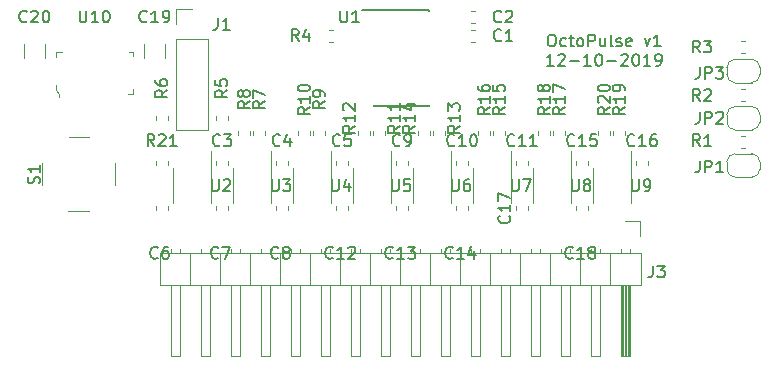
<source format=gto>
G04 #@! TF.GenerationSoftware,KiCad,Pcbnew,(5.1.4)-1*
G04 #@! TF.CreationDate,2019-10-12T23:52:25-04:00*
G04 #@! TF.ProjectId,haptic-uhat,68617074-6963-42d7-9568-61742e6b6963,rev?*
G04 #@! TF.SameCoordinates,Original*
G04 #@! TF.FileFunction,Legend,Top*
G04 #@! TF.FilePolarity,Positive*
%FSLAX46Y46*%
G04 Gerber Fmt 4.6, Leading zero omitted, Abs format (unit mm)*
G04 Created by KiCad (PCBNEW (5.1.4)-1) date 2019-10-12 23:52:25*
%MOMM*%
%LPD*%
G04 APERTURE LIST*
%ADD10C,0.150000*%
%ADD11C,0.120000*%
%ADD12C,0.100000*%
G04 APERTURE END LIST*
D10*
X57682380Y-32917380D02*
X57872857Y-32917380D01*
X57968095Y-32965000D01*
X58063333Y-33060238D01*
X58110952Y-33250714D01*
X58110952Y-33584047D01*
X58063333Y-33774523D01*
X57968095Y-33869761D01*
X57872857Y-33917380D01*
X57682380Y-33917380D01*
X57587142Y-33869761D01*
X57491904Y-33774523D01*
X57444285Y-33584047D01*
X57444285Y-33250714D01*
X57491904Y-33060238D01*
X57587142Y-32965000D01*
X57682380Y-32917380D01*
X58968095Y-33869761D02*
X58872857Y-33917380D01*
X58682380Y-33917380D01*
X58587142Y-33869761D01*
X58539523Y-33822142D01*
X58491904Y-33726904D01*
X58491904Y-33441190D01*
X58539523Y-33345952D01*
X58587142Y-33298333D01*
X58682380Y-33250714D01*
X58872857Y-33250714D01*
X58968095Y-33298333D01*
X59253809Y-33250714D02*
X59634761Y-33250714D01*
X59396666Y-32917380D02*
X59396666Y-33774523D01*
X59444285Y-33869761D01*
X59539523Y-33917380D01*
X59634761Y-33917380D01*
X60110952Y-33917380D02*
X60015714Y-33869761D01*
X59968095Y-33822142D01*
X59920476Y-33726904D01*
X59920476Y-33441190D01*
X59968095Y-33345952D01*
X60015714Y-33298333D01*
X60110952Y-33250714D01*
X60253809Y-33250714D01*
X60349047Y-33298333D01*
X60396666Y-33345952D01*
X60444285Y-33441190D01*
X60444285Y-33726904D01*
X60396666Y-33822142D01*
X60349047Y-33869761D01*
X60253809Y-33917380D01*
X60110952Y-33917380D01*
X60872857Y-33917380D02*
X60872857Y-32917380D01*
X61253809Y-32917380D01*
X61349047Y-32965000D01*
X61396666Y-33012619D01*
X61444285Y-33107857D01*
X61444285Y-33250714D01*
X61396666Y-33345952D01*
X61349047Y-33393571D01*
X61253809Y-33441190D01*
X60872857Y-33441190D01*
X62301428Y-33250714D02*
X62301428Y-33917380D01*
X61872857Y-33250714D02*
X61872857Y-33774523D01*
X61920476Y-33869761D01*
X62015714Y-33917380D01*
X62158571Y-33917380D01*
X62253809Y-33869761D01*
X62301428Y-33822142D01*
X62920476Y-33917380D02*
X62825238Y-33869761D01*
X62777619Y-33774523D01*
X62777619Y-32917380D01*
X63253809Y-33869761D02*
X63349047Y-33917380D01*
X63539523Y-33917380D01*
X63634761Y-33869761D01*
X63682380Y-33774523D01*
X63682380Y-33726904D01*
X63634761Y-33631666D01*
X63539523Y-33584047D01*
X63396666Y-33584047D01*
X63301428Y-33536428D01*
X63253809Y-33441190D01*
X63253809Y-33393571D01*
X63301428Y-33298333D01*
X63396666Y-33250714D01*
X63539523Y-33250714D01*
X63634761Y-33298333D01*
X64491904Y-33869761D02*
X64396666Y-33917380D01*
X64206190Y-33917380D01*
X64110952Y-33869761D01*
X64063333Y-33774523D01*
X64063333Y-33393571D01*
X64110952Y-33298333D01*
X64206190Y-33250714D01*
X64396666Y-33250714D01*
X64491904Y-33298333D01*
X64539523Y-33393571D01*
X64539523Y-33488809D01*
X64063333Y-33584047D01*
X65634761Y-33250714D02*
X65872857Y-33917380D01*
X66110952Y-33250714D01*
X67015714Y-33917380D02*
X66444285Y-33917380D01*
X66730000Y-33917380D02*
X66730000Y-32917380D01*
X66634761Y-33060238D01*
X66539523Y-33155476D01*
X66444285Y-33203095D01*
X57944285Y-35567380D02*
X57372857Y-35567380D01*
X57658571Y-35567380D02*
X57658571Y-34567380D01*
X57563333Y-34710238D01*
X57468095Y-34805476D01*
X57372857Y-34853095D01*
X58325238Y-34662619D02*
X58372857Y-34615000D01*
X58468095Y-34567380D01*
X58706190Y-34567380D01*
X58801428Y-34615000D01*
X58849047Y-34662619D01*
X58896666Y-34757857D01*
X58896666Y-34853095D01*
X58849047Y-34995952D01*
X58277619Y-35567380D01*
X58896666Y-35567380D01*
X59325238Y-35186428D02*
X60087142Y-35186428D01*
X61087142Y-35567380D02*
X60515714Y-35567380D01*
X60801428Y-35567380D02*
X60801428Y-34567380D01*
X60706190Y-34710238D01*
X60610952Y-34805476D01*
X60515714Y-34853095D01*
X61706190Y-34567380D02*
X61801428Y-34567380D01*
X61896666Y-34615000D01*
X61944285Y-34662619D01*
X61991904Y-34757857D01*
X62039523Y-34948333D01*
X62039523Y-35186428D01*
X61991904Y-35376904D01*
X61944285Y-35472142D01*
X61896666Y-35519761D01*
X61801428Y-35567380D01*
X61706190Y-35567380D01*
X61610952Y-35519761D01*
X61563333Y-35472142D01*
X61515714Y-35376904D01*
X61468095Y-35186428D01*
X61468095Y-34948333D01*
X61515714Y-34757857D01*
X61563333Y-34662619D01*
X61610952Y-34615000D01*
X61706190Y-34567380D01*
X62468095Y-35186428D02*
X63230000Y-35186428D01*
X63658571Y-34662619D02*
X63706190Y-34615000D01*
X63801428Y-34567380D01*
X64039523Y-34567380D01*
X64134761Y-34615000D01*
X64182380Y-34662619D01*
X64230000Y-34757857D01*
X64230000Y-34853095D01*
X64182380Y-34995952D01*
X63610952Y-35567380D01*
X64230000Y-35567380D01*
X64849047Y-34567380D02*
X64944285Y-34567380D01*
X65039523Y-34615000D01*
X65087142Y-34662619D01*
X65134761Y-34757857D01*
X65182380Y-34948333D01*
X65182380Y-35186428D01*
X65134761Y-35376904D01*
X65087142Y-35472142D01*
X65039523Y-35519761D01*
X64944285Y-35567380D01*
X64849047Y-35567380D01*
X64753809Y-35519761D01*
X64706190Y-35472142D01*
X64658571Y-35376904D01*
X64610952Y-35186428D01*
X64610952Y-34948333D01*
X64658571Y-34757857D01*
X64706190Y-34662619D01*
X64753809Y-34615000D01*
X64849047Y-34567380D01*
X66134761Y-35567380D02*
X65563333Y-35567380D01*
X65849047Y-35567380D02*
X65849047Y-34567380D01*
X65753809Y-34710238D01*
X65658571Y-34805476D01*
X65563333Y-34853095D01*
X66610952Y-35567380D02*
X66801428Y-35567380D01*
X66896666Y-35519761D01*
X66944285Y-35472142D01*
X67039523Y-35329285D01*
X67087142Y-35138809D01*
X67087142Y-34757857D01*
X67039523Y-34662619D01*
X66991904Y-34615000D01*
X66896666Y-34567380D01*
X66706190Y-34567380D01*
X66610952Y-34615000D01*
X66563333Y-34662619D01*
X66515714Y-34757857D01*
X66515714Y-34995952D01*
X66563333Y-35091190D01*
X66610952Y-35138809D01*
X66706190Y-35186428D01*
X66896666Y-35186428D01*
X66991904Y-35138809D01*
X67039523Y-35091190D01*
X67087142Y-34995952D01*
D11*
X14880000Y-33687936D02*
X14880000Y-34892064D01*
X13060000Y-33687936D02*
X13060000Y-34892064D01*
X29335000Y-43652221D02*
X29335000Y-43977779D01*
X30355000Y-43652221D02*
X30355000Y-43977779D01*
D10*
X47410000Y-30900000D02*
X47410000Y-30925000D01*
X47410000Y-38950000D02*
X47410000Y-38925000D01*
X42760000Y-38950000D02*
X42760000Y-38925000D01*
X41685000Y-30850000D02*
X47410000Y-30850000D01*
X42760000Y-38950000D02*
X47410000Y-38950000D01*
D11*
X50954721Y-33530000D02*
X51280279Y-33530000D01*
X50954721Y-32510000D02*
X51280279Y-32510000D01*
X50954721Y-30922500D02*
X51280279Y-30922500D01*
X50954721Y-31942500D02*
X51280279Y-31942500D01*
X34415000Y-43652221D02*
X34415000Y-43977779D01*
X35435000Y-43652221D02*
X35435000Y-43977779D01*
X39495000Y-43652221D02*
X39495000Y-43977779D01*
X40515000Y-43652221D02*
X40515000Y-43977779D01*
X24255000Y-47787779D02*
X24255000Y-47462221D01*
X25275000Y-47787779D02*
X25275000Y-47462221D01*
X29335000Y-47787779D02*
X29335000Y-47462221D01*
X30355000Y-47787779D02*
X30355000Y-47462221D01*
X34415000Y-47787779D02*
X34415000Y-47462221D01*
X35435000Y-47787779D02*
X35435000Y-47462221D01*
X44575000Y-43652221D02*
X44575000Y-43977779D01*
X45595000Y-43652221D02*
X45595000Y-43977779D01*
X50675000Y-43652221D02*
X50675000Y-43977779D01*
X49655000Y-43652221D02*
X49655000Y-43977779D01*
X54735000Y-43652221D02*
X54735000Y-43977779D01*
X55755000Y-43652221D02*
X55755000Y-43977779D01*
X40515000Y-47787779D02*
X40515000Y-47462221D01*
X39495000Y-47787779D02*
X39495000Y-47462221D01*
X45595000Y-47787779D02*
X45595000Y-47462221D01*
X44575000Y-47787779D02*
X44575000Y-47462221D01*
X49655000Y-47787779D02*
X49655000Y-47462221D01*
X50675000Y-47787779D02*
X50675000Y-47462221D01*
X60835000Y-43652221D02*
X60835000Y-43977779D01*
X59815000Y-43652221D02*
X59815000Y-43977779D01*
X64895000Y-43652221D02*
X64895000Y-43977779D01*
X65915000Y-43652221D02*
X65915000Y-43977779D01*
X54735000Y-47787779D02*
X54735000Y-47462221D01*
X55755000Y-47787779D02*
X55755000Y-47462221D01*
X59815000Y-47787779D02*
X59815000Y-47462221D01*
X60835000Y-47787779D02*
X60835000Y-47462221D01*
X65330000Y-51440000D02*
X24570000Y-51440000D01*
X24570000Y-51440000D02*
X24570000Y-54100000D01*
X24570000Y-54100000D02*
X65330000Y-54100000D01*
X65330000Y-54100000D02*
X65330000Y-51440000D01*
X64380000Y-54100000D02*
X64380000Y-60100000D01*
X64380000Y-60100000D02*
X63620000Y-60100000D01*
X63620000Y-60100000D02*
X63620000Y-54100000D01*
X64320000Y-54100000D02*
X64320000Y-60100000D01*
X64200000Y-54100000D02*
X64200000Y-60100000D01*
X64080000Y-54100000D02*
X64080000Y-60100000D01*
X63960000Y-54100000D02*
X63960000Y-60100000D01*
X63840000Y-54100000D02*
X63840000Y-60100000D01*
X63720000Y-54100000D02*
X63720000Y-60100000D01*
X64380000Y-51110000D02*
X64380000Y-51440000D01*
X63620000Y-51110000D02*
X63620000Y-51440000D01*
X62730000Y-51440000D02*
X62730000Y-54100000D01*
X61840000Y-54100000D02*
X61840000Y-60100000D01*
X61840000Y-60100000D02*
X61080000Y-60100000D01*
X61080000Y-60100000D02*
X61080000Y-54100000D01*
X61840000Y-51042929D02*
X61840000Y-51440000D01*
X61080000Y-51042929D02*
X61080000Y-51440000D01*
X60190000Y-51440000D02*
X60190000Y-54100000D01*
X59300000Y-54100000D02*
X59300000Y-60100000D01*
X59300000Y-60100000D02*
X58540000Y-60100000D01*
X58540000Y-60100000D02*
X58540000Y-54100000D01*
X59300000Y-51042929D02*
X59300000Y-51440000D01*
X58540000Y-51042929D02*
X58540000Y-51440000D01*
X57650000Y-51440000D02*
X57650000Y-54100000D01*
X56760000Y-54100000D02*
X56760000Y-60100000D01*
X56760000Y-60100000D02*
X56000000Y-60100000D01*
X56000000Y-60100000D02*
X56000000Y-54100000D01*
X56760000Y-51042929D02*
X56760000Y-51440000D01*
X56000000Y-51042929D02*
X56000000Y-51440000D01*
X55110000Y-51440000D02*
X55110000Y-54100000D01*
X54220000Y-54100000D02*
X54220000Y-60100000D01*
X54220000Y-60100000D02*
X53460000Y-60100000D01*
X53460000Y-60100000D02*
X53460000Y-54100000D01*
X54220000Y-51042929D02*
X54220000Y-51440000D01*
X53460000Y-51042929D02*
X53460000Y-51440000D01*
X52570000Y-51440000D02*
X52570000Y-54100000D01*
X51680000Y-54100000D02*
X51680000Y-60100000D01*
X51680000Y-60100000D02*
X50920000Y-60100000D01*
X50920000Y-60100000D02*
X50920000Y-54100000D01*
X51680000Y-51042929D02*
X51680000Y-51440000D01*
X50920000Y-51042929D02*
X50920000Y-51440000D01*
X50030000Y-51440000D02*
X50030000Y-54100000D01*
X49140000Y-54100000D02*
X49140000Y-60100000D01*
X49140000Y-60100000D02*
X48380000Y-60100000D01*
X48380000Y-60100000D02*
X48380000Y-54100000D01*
X49140000Y-51042929D02*
X49140000Y-51440000D01*
X48380000Y-51042929D02*
X48380000Y-51440000D01*
X47490000Y-51440000D02*
X47490000Y-54100000D01*
X46600000Y-54100000D02*
X46600000Y-60100000D01*
X46600000Y-60100000D02*
X45840000Y-60100000D01*
X45840000Y-60100000D02*
X45840000Y-54100000D01*
X46600000Y-51042929D02*
X46600000Y-51440000D01*
X45840000Y-51042929D02*
X45840000Y-51440000D01*
X44950000Y-51440000D02*
X44950000Y-54100000D01*
X44060000Y-54100000D02*
X44060000Y-60100000D01*
X44060000Y-60100000D02*
X43300000Y-60100000D01*
X43300000Y-60100000D02*
X43300000Y-54100000D01*
X44060000Y-51042929D02*
X44060000Y-51440000D01*
X43300000Y-51042929D02*
X43300000Y-51440000D01*
X42410000Y-51440000D02*
X42410000Y-54100000D01*
X41520000Y-54100000D02*
X41520000Y-60100000D01*
X41520000Y-60100000D02*
X40760000Y-60100000D01*
X40760000Y-60100000D02*
X40760000Y-54100000D01*
X41520000Y-51042929D02*
X41520000Y-51440000D01*
X40760000Y-51042929D02*
X40760000Y-51440000D01*
X39870000Y-51440000D02*
X39870000Y-54100000D01*
X38980000Y-54100000D02*
X38980000Y-60100000D01*
X38980000Y-60100000D02*
X38220000Y-60100000D01*
X38220000Y-60100000D02*
X38220000Y-54100000D01*
X38980000Y-51042929D02*
X38980000Y-51440000D01*
X38220000Y-51042929D02*
X38220000Y-51440000D01*
X37330000Y-51440000D02*
X37330000Y-54100000D01*
X36440000Y-54100000D02*
X36440000Y-60100000D01*
X36440000Y-60100000D02*
X35680000Y-60100000D01*
X35680000Y-60100000D02*
X35680000Y-54100000D01*
X36440000Y-51042929D02*
X36440000Y-51440000D01*
X35680000Y-51042929D02*
X35680000Y-51440000D01*
X34790000Y-51440000D02*
X34790000Y-54100000D01*
X33900000Y-54100000D02*
X33900000Y-60100000D01*
X33900000Y-60100000D02*
X33140000Y-60100000D01*
X33140000Y-60100000D02*
X33140000Y-54100000D01*
X33900000Y-51042929D02*
X33900000Y-51440000D01*
X33140000Y-51042929D02*
X33140000Y-51440000D01*
X32250000Y-51440000D02*
X32250000Y-54100000D01*
X31360000Y-54100000D02*
X31360000Y-60100000D01*
X31360000Y-60100000D02*
X30600000Y-60100000D01*
X30600000Y-60100000D02*
X30600000Y-54100000D01*
X31360000Y-51042929D02*
X31360000Y-51440000D01*
X30600000Y-51042929D02*
X30600000Y-51440000D01*
X29710000Y-51440000D02*
X29710000Y-54100000D01*
X28820000Y-54100000D02*
X28820000Y-60100000D01*
X28820000Y-60100000D02*
X28060000Y-60100000D01*
X28060000Y-60100000D02*
X28060000Y-54100000D01*
X28820000Y-51042929D02*
X28820000Y-51440000D01*
X28060000Y-51042929D02*
X28060000Y-51440000D01*
X27170000Y-51440000D02*
X27170000Y-54100000D01*
X26280000Y-54100000D02*
X26280000Y-60100000D01*
X26280000Y-60100000D02*
X25520000Y-60100000D01*
X25520000Y-60100000D02*
X25520000Y-54100000D01*
X26280000Y-51042929D02*
X26280000Y-51440000D01*
X25520000Y-51042929D02*
X25520000Y-51440000D01*
X64000000Y-48730000D02*
X65270000Y-48730000D01*
X65270000Y-48730000D02*
X65270000Y-50000000D01*
X73837221Y-41490000D02*
X74162779Y-41490000D01*
X73837221Y-42510000D02*
X74162779Y-42510000D01*
X73837221Y-38510000D02*
X74162779Y-38510000D01*
X73837221Y-37490000D02*
X74162779Y-37490000D01*
X73837221Y-33490000D02*
X74162779Y-33490000D01*
X73837221Y-34510000D02*
X74162779Y-34510000D01*
X38889721Y-33530000D02*
X39215279Y-33530000D01*
X38889721Y-32510000D02*
X39215279Y-32510000D01*
X28915000Y-45720000D02*
X28915000Y-42795000D01*
X28915000Y-45720000D02*
X28915000Y-47220000D01*
X25695000Y-45720000D02*
X25695000Y-44220000D01*
X25695000Y-45720000D02*
X25695000Y-47220000D01*
X30775000Y-45720000D02*
X30775000Y-47220000D01*
X30775000Y-45720000D02*
X30775000Y-44220000D01*
X33995000Y-45720000D02*
X33995000Y-47220000D01*
X33995000Y-45720000D02*
X33995000Y-42795000D01*
X35855000Y-45720000D02*
X35855000Y-47220000D01*
X35855000Y-45720000D02*
X35855000Y-44220000D01*
X39075000Y-45720000D02*
X39075000Y-47220000D01*
X39075000Y-45720000D02*
X39075000Y-42795000D01*
X44155000Y-45720000D02*
X44155000Y-42795000D01*
X44155000Y-45720000D02*
X44155000Y-47220000D01*
X40935000Y-45720000D02*
X40935000Y-44220000D01*
X40935000Y-45720000D02*
X40935000Y-47220000D01*
X46015000Y-45720000D02*
X46015000Y-47220000D01*
X46015000Y-45720000D02*
X46015000Y-44220000D01*
X49235000Y-45720000D02*
X49235000Y-47220000D01*
X49235000Y-45720000D02*
X49235000Y-42795000D01*
X51095000Y-45720000D02*
X51095000Y-47220000D01*
X51095000Y-45720000D02*
X51095000Y-44220000D01*
X54315000Y-45720000D02*
X54315000Y-47220000D01*
X54315000Y-45720000D02*
X54315000Y-42795000D01*
X59395000Y-45720000D02*
X59395000Y-42795000D01*
X59395000Y-45720000D02*
X59395000Y-47220000D01*
X56175000Y-45720000D02*
X56175000Y-44220000D01*
X56175000Y-45720000D02*
X56175000Y-47220000D01*
X64475000Y-45720000D02*
X64475000Y-42795000D01*
X64475000Y-45720000D02*
X64475000Y-47220000D01*
X61255000Y-45720000D02*
X61255000Y-44220000D01*
X61255000Y-45720000D02*
X61255000Y-47220000D01*
X73300000Y-45000000D02*
G75*
G02X72600000Y-44300000I0J700000D01*
G01*
X72600000Y-43700000D02*
G75*
G02X73300000Y-43000000I700000J0D01*
G01*
X74700000Y-43000000D02*
G75*
G02X75400000Y-43700000I0J-700000D01*
G01*
X75400000Y-44300000D02*
G75*
G02X74700000Y-45000000I-700000J0D01*
G01*
X75400000Y-43700000D02*
X75400000Y-44300000D01*
X73300000Y-43000000D02*
X74700000Y-43000000D01*
X72600000Y-44300000D02*
X72600000Y-43700000D01*
X74700000Y-45000000D02*
X73300000Y-45000000D01*
X74700000Y-41000000D02*
X73300000Y-41000000D01*
X72600000Y-40300000D02*
X72600000Y-39700000D01*
X73300000Y-39000000D02*
X74700000Y-39000000D01*
X75400000Y-39700000D02*
X75400000Y-40300000D01*
X75400000Y-40300000D02*
G75*
G02X74700000Y-41000000I-700000J0D01*
G01*
X74700000Y-39000000D02*
G75*
G02X75400000Y-39700000I0J-700000D01*
G01*
X72600000Y-39700000D02*
G75*
G02X73300000Y-39000000I700000J0D01*
G01*
X73300000Y-41000000D02*
G75*
G02X72600000Y-40300000I0J700000D01*
G01*
X73300000Y-37000000D02*
G75*
G02X72600000Y-36300000I0J700000D01*
G01*
X72600000Y-35700000D02*
G75*
G02X73300000Y-35000000I700000J0D01*
G01*
X74700000Y-35000000D02*
G75*
G02X75400000Y-35700000I0J-700000D01*
G01*
X75400000Y-36300000D02*
G75*
G02X74700000Y-37000000I-700000J0D01*
G01*
X75400000Y-35700000D02*
X75400000Y-36300000D01*
X73300000Y-35000000D02*
X74700000Y-35000000D01*
X72600000Y-36300000D02*
X72600000Y-35700000D01*
X74700000Y-37000000D02*
X73300000Y-37000000D01*
X29335000Y-39842221D02*
X29335000Y-40167779D01*
X30355000Y-39842221D02*
X30355000Y-40167779D01*
X25275000Y-39842221D02*
X25275000Y-40167779D01*
X24255000Y-39842221D02*
X24255000Y-40167779D01*
X32510000Y-41112221D02*
X32510000Y-41437779D01*
X33530000Y-41112221D02*
X33530000Y-41437779D01*
X32260000Y-41112221D02*
X32260000Y-41437779D01*
X31240000Y-41112221D02*
X31240000Y-41437779D01*
X37590000Y-41112221D02*
X37590000Y-41437779D01*
X38610000Y-41112221D02*
X38610000Y-41437779D01*
X37340000Y-41112221D02*
X37340000Y-41437779D01*
X36320000Y-41112221D02*
X36320000Y-41437779D01*
X43690000Y-41112221D02*
X43690000Y-41437779D01*
X42670000Y-41112221D02*
X42670000Y-41437779D01*
X41400000Y-41112221D02*
X41400000Y-41437779D01*
X42420000Y-41112221D02*
X42420000Y-41437779D01*
X47750000Y-41112221D02*
X47750000Y-41437779D01*
X48770000Y-41112221D02*
X48770000Y-41437779D01*
X46480000Y-41112221D02*
X46480000Y-41437779D01*
X47500000Y-41112221D02*
X47500000Y-41437779D01*
X53850000Y-41112221D02*
X53850000Y-41437779D01*
X52830000Y-41112221D02*
X52830000Y-41437779D01*
X52580000Y-41112221D02*
X52580000Y-41437779D01*
X51560000Y-41112221D02*
X51560000Y-41437779D01*
X57910000Y-41112221D02*
X57910000Y-41437779D01*
X58930000Y-41112221D02*
X58930000Y-41437779D01*
X57660000Y-41112221D02*
X57660000Y-41437779D01*
X56640000Y-41112221D02*
X56640000Y-41437779D01*
X62990000Y-41112221D02*
X62990000Y-41437779D01*
X64010000Y-41112221D02*
X64010000Y-41437779D01*
X62740000Y-41112221D02*
X62740000Y-41437779D01*
X61720000Y-41112221D02*
X61720000Y-41437779D01*
X25975000Y-41017500D02*
X28635000Y-41017500D01*
X25975000Y-33337500D02*
X25975000Y-41017500D01*
X28635000Y-33337500D02*
X28635000Y-41017500D01*
X25975000Y-33337500D02*
X28635000Y-33337500D01*
X25975000Y-32067500D02*
X25975000Y-30737500D01*
X25975000Y-30737500D02*
X27305000Y-30737500D01*
X25040000Y-34892064D02*
X25040000Y-33687936D01*
X23220000Y-34892064D02*
X23220000Y-33687936D01*
X24255000Y-43977779D02*
X24255000Y-43652221D01*
X25275000Y-43977779D02*
X25275000Y-43652221D01*
D12*
X18603800Y-47829400D02*
X16803800Y-47829400D01*
X20803800Y-44729400D02*
X20803800Y-43829400D01*
X20803800Y-44729400D02*
X20803800Y-45629400D01*
X14603800Y-44729400D02*
X14603800Y-43829400D01*
X14603800Y-44729400D02*
X14603800Y-45629400D01*
X18603800Y-41629400D02*
X16903800Y-41629400D01*
X15775000Y-37170000D02*
X15775000Y-37645000D01*
X15775000Y-37645000D02*
X16075000Y-37970000D01*
X16075000Y-37970000D02*
X16075000Y-38165000D01*
X22325000Y-37495000D02*
X22325000Y-37970000D01*
X22325000Y-37970000D02*
X21875000Y-37970000D01*
X16275000Y-34420000D02*
X15775000Y-34420000D01*
X15775000Y-34420000D02*
X15775000Y-34820000D01*
X21950000Y-34420000D02*
X22325000Y-34420000D01*
X22325000Y-34420000D02*
X22325000Y-34720000D01*
D10*
X13327142Y-31789642D02*
X13279523Y-31837261D01*
X13136666Y-31884880D01*
X13041428Y-31884880D01*
X12898571Y-31837261D01*
X12803333Y-31742023D01*
X12755714Y-31646785D01*
X12708095Y-31456309D01*
X12708095Y-31313452D01*
X12755714Y-31122976D01*
X12803333Y-31027738D01*
X12898571Y-30932500D01*
X13041428Y-30884880D01*
X13136666Y-30884880D01*
X13279523Y-30932500D01*
X13327142Y-30980119D01*
X13708095Y-30980119D02*
X13755714Y-30932500D01*
X13850952Y-30884880D01*
X14089047Y-30884880D01*
X14184285Y-30932500D01*
X14231904Y-30980119D01*
X14279523Y-31075357D01*
X14279523Y-31170595D01*
X14231904Y-31313452D01*
X13660476Y-31884880D01*
X14279523Y-31884880D01*
X14898571Y-30884880D02*
X14993809Y-30884880D01*
X15089047Y-30932500D01*
X15136666Y-30980119D01*
X15184285Y-31075357D01*
X15231904Y-31265833D01*
X15231904Y-31503928D01*
X15184285Y-31694404D01*
X15136666Y-31789642D01*
X15089047Y-31837261D01*
X14993809Y-31884880D01*
X14898571Y-31884880D01*
X14803333Y-31837261D01*
X14755714Y-31789642D01*
X14708095Y-31694404D01*
X14660476Y-31503928D01*
X14660476Y-31265833D01*
X14708095Y-31075357D01*
X14755714Y-30980119D01*
X14803333Y-30932500D01*
X14898571Y-30884880D01*
X29678333Y-42267142D02*
X29630714Y-42314761D01*
X29487857Y-42362380D01*
X29392619Y-42362380D01*
X29249761Y-42314761D01*
X29154523Y-42219523D01*
X29106904Y-42124285D01*
X29059285Y-41933809D01*
X29059285Y-41790952D01*
X29106904Y-41600476D01*
X29154523Y-41505238D01*
X29249761Y-41410000D01*
X29392619Y-41362380D01*
X29487857Y-41362380D01*
X29630714Y-41410000D01*
X29678333Y-41457619D01*
X30011666Y-41362380D02*
X30630714Y-41362380D01*
X30297380Y-41743333D01*
X30440238Y-41743333D01*
X30535476Y-41790952D01*
X30583095Y-41838571D01*
X30630714Y-41933809D01*
X30630714Y-42171904D01*
X30583095Y-42267142D01*
X30535476Y-42314761D01*
X30440238Y-42362380D01*
X30154523Y-42362380D01*
X30059285Y-42314761D01*
X30011666Y-42267142D01*
X39878095Y-30884880D02*
X39878095Y-31694404D01*
X39925714Y-31789642D01*
X39973333Y-31837261D01*
X40068571Y-31884880D01*
X40259047Y-31884880D01*
X40354285Y-31837261D01*
X40401904Y-31789642D01*
X40449523Y-31694404D01*
X40449523Y-30884880D01*
X41449523Y-31884880D02*
X40878095Y-31884880D01*
X41163809Y-31884880D02*
X41163809Y-30884880D01*
X41068571Y-31027738D01*
X40973333Y-31122976D01*
X40878095Y-31170595D01*
X53490833Y-33377142D02*
X53443214Y-33424761D01*
X53300357Y-33472380D01*
X53205119Y-33472380D01*
X53062261Y-33424761D01*
X52967023Y-33329523D01*
X52919404Y-33234285D01*
X52871785Y-33043809D01*
X52871785Y-32900952D01*
X52919404Y-32710476D01*
X52967023Y-32615238D01*
X53062261Y-32520000D01*
X53205119Y-32472380D01*
X53300357Y-32472380D01*
X53443214Y-32520000D01*
X53490833Y-32567619D01*
X54443214Y-33472380D02*
X53871785Y-33472380D01*
X54157500Y-33472380D02*
X54157500Y-32472380D01*
X54062261Y-32615238D01*
X53967023Y-32710476D01*
X53871785Y-32758095D01*
X53490833Y-31789642D02*
X53443214Y-31837261D01*
X53300357Y-31884880D01*
X53205119Y-31884880D01*
X53062261Y-31837261D01*
X52967023Y-31742023D01*
X52919404Y-31646785D01*
X52871785Y-31456309D01*
X52871785Y-31313452D01*
X52919404Y-31122976D01*
X52967023Y-31027738D01*
X53062261Y-30932500D01*
X53205119Y-30884880D01*
X53300357Y-30884880D01*
X53443214Y-30932500D01*
X53490833Y-30980119D01*
X53871785Y-30980119D02*
X53919404Y-30932500D01*
X54014642Y-30884880D01*
X54252738Y-30884880D01*
X54347976Y-30932500D01*
X54395595Y-30980119D01*
X54443214Y-31075357D01*
X54443214Y-31170595D01*
X54395595Y-31313452D01*
X53824166Y-31884880D01*
X54443214Y-31884880D01*
X34758333Y-42267142D02*
X34710714Y-42314761D01*
X34567857Y-42362380D01*
X34472619Y-42362380D01*
X34329761Y-42314761D01*
X34234523Y-42219523D01*
X34186904Y-42124285D01*
X34139285Y-41933809D01*
X34139285Y-41790952D01*
X34186904Y-41600476D01*
X34234523Y-41505238D01*
X34329761Y-41410000D01*
X34472619Y-41362380D01*
X34567857Y-41362380D01*
X34710714Y-41410000D01*
X34758333Y-41457619D01*
X35615476Y-41695714D02*
X35615476Y-42362380D01*
X35377380Y-41314761D02*
X35139285Y-42029047D01*
X35758333Y-42029047D01*
X39838333Y-42267142D02*
X39790714Y-42314761D01*
X39647857Y-42362380D01*
X39552619Y-42362380D01*
X39409761Y-42314761D01*
X39314523Y-42219523D01*
X39266904Y-42124285D01*
X39219285Y-41933809D01*
X39219285Y-41790952D01*
X39266904Y-41600476D01*
X39314523Y-41505238D01*
X39409761Y-41410000D01*
X39552619Y-41362380D01*
X39647857Y-41362380D01*
X39790714Y-41410000D01*
X39838333Y-41457619D01*
X40743095Y-41362380D02*
X40266904Y-41362380D01*
X40219285Y-41838571D01*
X40266904Y-41790952D01*
X40362142Y-41743333D01*
X40600238Y-41743333D01*
X40695476Y-41790952D01*
X40743095Y-41838571D01*
X40790714Y-41933809D01*
X40790714Y-42171904D01*
X40743095Y-42267142D01*
X40695476Y-42314761D01*
X40600238Y-42362380D01*
X40362142Y-42362380D01*
X40266904Y-42314761D01*
X40219285Y-42267142D01*
X24403333Y-51797142D02*
X24355714Y-51844761D01*
X24212857Y-51892380D01*
X24117619Y-51892380D01*
X23974761Y-51844761D01*
X23879523Y-51749523D01*
X23831904Y-51654285D01*
X23784285Y-51463809D01*
X23784285Y-51320952D01*
X23831904Y-51130476D01*
X23879523Y-51035238D01*
X23974761Y-50940000D01*
X24117619Y-50892380D01*
X24212857Y-50892380D01*
X24355714Y-50940000D01*
X24403333Y-50987619D01*
X25260476Y-50892380D02*
X25070000Y-50892380D01*
X24974761Y-50940000D01*
X24927142Y-50987619D01*
X24831904Y-51130476D01*
X24784285Y-51320952D01*
X24784285Y-51701904D01*
X24831904Y-51797142D01*
X24879523Y-51844761D01*
X24974761Y-51892380D01*
X25165238Y-51892380D01*
X25260476Y-51844761D01*
X25308095Y-51797142D01*
X25355714Y-51701904D01*
X25355714Y-51463809D01*
X25308095Y-51368571D01*
X25260476Y-51320952D01*
X25165238Y-51273333D01*
X24974761Y-51273333D01*
X24879523Y-51320952D01*
X24831904Y-51368571D01*
X24784285Y-51463809D01*
X29543333Y-51797142D02*
X29495714Y-51844761D01*
X29352857Y-51892380D01*
X29257619Y-51892380D01*
X29114761Y-51844761D01*
X29019523Y-51749523D01*
X28971904Y-51654285D01*
X28924285Y-51463809D01*
X28924285Y-51320952D01*
X28971904Y-51130476D01*
X29019523Y-51035238D01*
X29114761Y-50940000D01*
X29257619Y-50892380D01*
X29352857Y-50892380D01*
X29495714Y-50940000D01*
X29543333Y-50987619D01*
X29876666Y-50892380D02*
X30543333Y-50892380D01*
X30114761Y-51892380D01*
X34623333Y-51797142D02*
X34575714Y-51844761D01*
X34432857Y-51892380D01*
X34337619Y-51892380D01*
X34194761Y-51844761D01*
X34099523Y-51749523D01*
X34051904Y-51654285D01*
X34004285Y-51463809D01*
X34004285Y-51320952D01*
X34051904Y-51130476D01*
X34099523Y-51035238D01*
X34194761Y-50940000D01*
X34337619Y-50892380D01*
X34432857Y-50892380D01*
X34575714Y-50940000D01*
X34623333Y-50987619D01*
X35194761Y-51320952D02*
X35099523Y-51273333D01*
X35051904Y-51225714D01*
X35004285Y-51130476D01*
X35004285Y-51082857D01*
X35051904Y-50987619D01*
X35099523Y-50940000D01*
X35194761Y-50892380D01*
X35385238Y-50892380D01*
X35480476Y-50940000D01*
X35528095Y-50987619D01*
X35575714Y-51082857D01*
X35575714Y-51130476D01*
X35528095Y-51225714D01*
X35480476Y-51273333D01*
X35385238Y-51320952D01*
X35194761Y-51320952D01*
X35099523Y-51368571D01*
X35051904Y-51416190D01*
X35004285Y-51511428D01*
X35004285Y-51701904D01*
X35051904Y-51797142D01*
X35099523Y-51844761D01*
X35194761Y-51892380D01*
X35385238Y-51892380D01*
X35480476Y-51844761D01*
X35528095Y-51797142D01*
X35575714Y-51701904D01*
X35575714Y-51511428D01*
X35528095Y-51416190D01*
X35480476Y-51368571D01*
X35385238Y-51320952D01*
X44918333Y-42267142D02*
X44870714Y-42314761D01*
X44727857Y-42362380D01*
X44632619Y-42362380D01*
X44489761Y-42314761D01*
X44394523Y-42219523D01*
X44346904Y-42124285D01*
X44299285Y-41933809D01*
X44299285Y-41790952D01*
X44346904Y-41600476D01*
X44394523Y-41505238D01*
X44489761Y-41410000D01*
X44632619Y-41362380D01*
X44727857Y-41362380D01*
X44870714Y-41410000D01*
X44918333Y-41457619D01*
X45394523Y-42362380D02*
X45585000Y-42362380D01*
X45680238Y-42314761D01*
X45727857Y-42267142D01*
X45823095Y-42124285D01*
X45870714Y-41933809D01*
X45870714Y-41552857D01*
X45823095Y-41457619D01*
X45775476Y-41410000D01*
X45680238Y-41362380D01*
X45489761Y-41362380D01*
X45394523Y-41410000D01*
X45346904Y-41457619D01*
X45299285Y-41552857D01*
X45299285Y-41790952D01*
X45346904Y-41886190D01*
X45394523Y-41933809D01*
X45489761Y-41981428D01*
X45680238Y-41981428D01*
X45775476Y-41933809D01*
X45823095Y-41886190D01*
X45870714Y-41790952D01*
X49522142Y-42267142D02*
X49474523Y-42314761D01*
X49331666Y-42362380D01*
X49236428Y-42362380D01*
X49093571Y-42314761D01*
X48998333Y-42219523D01*
X48950714Y-42124285D01*
X48903095Y-41933809D01*
X48903095Y-41790952D01*
X48950714Y-41600476D01*
X48998333Y-41505238D01*
X49093571Y-41410000D01*
X49236428Y-41362380D01*
X49331666Y-41362380D01*
X49474523Y-41410000D01*
X49522142Y-41457619D01*
X50474523Y-42362380D02*
X49903095Y-42362380D01*
X50188809Y-42362380D02*
X50188809Y-41362380D01*
X50093571Y-41505238D01*
X49998333Y-41600476D01*
X49903095Y-41648095D01*
X51093571Y-41362380D02*
X51188809Y-41362380D01*
X51284047Y-41410000D01*
X51331666Y-41457619D01*
X51379285Y-41552857D01*
X51426904Y-41743333D01*
X51426904Y-41981428D01*
X51379285Y-42171904D01*
X51331666Y-42267142D01*
X51284047Y-42314761D01*
X51188809Y-42362380D01*
X51093571Y-42362380D01*
X50998333Y-42314761D01*
X50950714Y-42267142D01*
X50903095Y-42171904D01*
X50855476Y-41981428D01*
X50855476Y-41743333D01*
X50903095Y-41552857D01*
X50950714Y-41457619D01*
X50998333Y-41410000D01*
X51093571Y-41362380D01*
X54602142Y-42267142D02*
X54554523Y-42314761D01*
X54411666Y-42362380D01*
X54316428Y-42362380D01*
X54173571Y-42314761D01*
X54078333Y-42219523D01*
X54030714Y-42124285D01*
X53983095Y-41933809D01*
X53983095Y-41790952D01*
X54030714Y-41600476D01*
X54078333Y-41505238D01*
X54173571Y-41410000D01*
X54316428Y-41362380D01*
X54411666Y-41362380D01*
X54554523Y-41410000D01*
X54602142Y-41457619D01*
X55554523Y-42362380D02*
X54983095Y-42362380D01*
X55268809Y-42362380D02*
X55268809Y-41362380D01*
X55173571Y-41505238D01*
X55078333Y-41600476D01*
X54983095Y-41648095D01*
X56506904Y-42362380D02*
X55935476Y-42362380D01*
X56221190Y-42362380D02*
X56221190Y-41362380D01*
X56125952Y-41505238D01*
X56030714Y-41600476D01*
X55935476Y-41648095D01*
X39227142Y-51797142D02*
X39179523Y-51844761D01*
X39036666Y-51892380D01*
X38941428Y-51892380D01*
X38798571Y-51844761D01*
X38703333Y-51749523D01*
X38655714Y-51654285D01*
X38608095Y-51463809D01*
X38608095Y-51320952D01*
X38655714Y-51130476D01*
X38703333Y-51035238D01*
X38798571Y-50940000D01*
X38941428Y-50892380D01*
X39036666Y-50892380D01*
X39179523Y-50940000D01*
X39227142Y-50987619D01*
X40179523Y-51892380D02*
X39608095Y-51892380D01*
X39893809Y-51892380D02*
X39893809Y-50892380D01*
X39798571Y-51035238D01*
X39703333Y-51130476D01*
X39608095Y-51178095D01*
X40560476Y-50987619D02*
X40608095Y-50940000D01*
X40703333Y-50892380D01*
X40941428Y-50892380D01*
X41036666Y-50940000D01*
X41084285Y-50987619D01*
X41131904Y-51082857D01*
X41131904Y-51178095D01*
X41084285Y-51320952D01*
X40512857Y-51892380D01*
X41131904Y-51892380D01*
X44307142Y-51797142D02*
X44259523Y-51844761D01*
X44116666Y-51892380D01*
X44021428Y-51892380D01*
X43878571Y-51844761D01*
X43783333Y-51749523D01*
X43735714Y-51654285D01*
X43688095Y-51463809D01*
X43688095Y-51320952D01*
X43735714Y-51130476D01*
X43783333Y-51035238D01*
X43878571Y-50940000D01*
X44021428Y-50892380D01*
X44116666Y-50892380D01*
X44259523Y-50940000D01*
X44307142Y-50987619D01*
X45259523Y-51892380D02*
X44688095Y-51892380D01*
X44973809Y-51892380D02*
X44973809Y-50892380D01*
X44878571Y-51035238D01*
X44783333Y-51130476D01*
X44688095Y-51178095D01*
X45592857Y-50892380D02*
X46211904Y-50892380D01*
X45878571Y-51273333D01*
X46021428Y-51273333D01*
X46116666Y-51320952D01*
X46164285Y-51368571D01*
X46211904Y-51463809D01*
X46211904Y-51701904D01*
X46164285Y-51797142D01*
X46116666Y-51844761D01*
X46021428Y-51892380D01*
X45735714Y-51892380D01*
X45640476Y-51844761D01*
X45592857Y-51797142D01*
X49387142Y-51797142D02*
X49339523Y-51844761D01*
X49196666Y-51892380D01*
X49101428Y-51892380D01*
X48958571Y-51844761D01*
X48863333Y-51749523D01*
X48815714Y-51654285D01*
X48768095Y-51463809D01*
X48768095Y-51320952D01*
X48815714Y-51130476D01*
X48863333Y-51035238D01*
X48958571Y-50940000D01*
X49101428Y-50892380D01*
X49196666Y-50892380D01*
X49339523Y-50940000D01*
X49387142Y-50987619D01*
X50339523Y-51892380D02*
X49768095Y-51892380D01*
X50053809Y-51892380D02*
X50053809Y-50892380D01*
X49958571Y-51035238D01*
X49863333Y-51130476D01*
X49768095Y-51178095D01*
X51196666Y-51225714D02*
X51196666Y-51892380D01*
X50958571Y-50844761D02*
X50720476Y-51559047D01*
X51339523Y-51559047D01*
X59682142Y-42267142D02*
X59634523Y-42314761D01*
X59491666Y-42362380D01*
X59396428Y-42362380D01*
X59253571Y-42314761D01*
X59158333Y-42219523D01*
X59110714Y-42124285D01*
X59063095Y-41933809D01*
X59063095Y-41790952D01*
X59110714Y-41600476D01*
X59158333Y-41505238D01*
X59253571Y-41410000D01*
X59396428Y-41362380D01*
X59491666Y-41362380D01*
X59634523Y-41410000D01*
X59682142Y-41457619D01*
X60634523Y-42362380D02*
X60063095Y-42362380D01*
X60348809Y-42362380D02*
X60348809Y-41362380D01*
X60253571Y-41505238D01*
X60158333Y-41600476D01*
X60063095Y-41648095D01*
X61539285Y-41362380D02*
X61063095Y-41362380D01*
X61015476Y-41838571D01*
X61063095Y-41790952D01*
X61158333Y-41743333D01*
X61396428Y-41743333D01*
X61491666Y-41790952D01*
X61539285Y-41838571D01*
X61586904Y-41933809D01*
X61586904Y-42171904D01*
X61539285Y-42267142D01*
X61491666Y-42314761D01*
X61396428Y-42362380D01*
X61158333Y-42362380D01*
X61063095Y-42314761D01*
X61015476Y-42267142D01*
X64762142Y-42267142D02*
X64714523Y-42314761D01*
X64571666Y-42362380D01*
X64476428Y-42362380D01*
X64333571Y-42314761D01*
X64238333Y-42219523D01*
X64190714Y-42124285D01*
X64143095Y-41933809D01*
X64143095Y-41790952D01*
X64190714Y-41600476D01*
X64238333Y-41505238D01*
X64333571Y-41410000D01*
X64476428Y-41362380D01*
X64571666Y-41362380D01*
X64714523Y-41410000D01*
X64762142Y-41457619D01*
X65714523Y-42362380D02*
X65143095Y-42362380D01*
X65428809Y-42362380D02*
X65428809Y-41362380D01*
X65333571Y-41505238D01*
X65238333Y-41600476D01*
X65143095Y-41648095D01*
X66571666Y-41362380D02*
X66381190Y-41362380D01*
X66285952Y-41410000D01*
X66238333Y-41457619D01*
X66143095Y-41600476D01*
X66095476Y-41790952D01*
X66095476Y-42171904D01*
X66143095Y-42267142D01*
X66190714Y-42314761D01*
X66285952Y-42362380D01*
X66476428Y-42362380D01*
X66571666Y-42314761D01*
X66619285Y-42267142D01*
X66666904Y-42171904D01*
X66666904Y-41933809D01*
X66619285Y-41838571D01*
X66571666Y-41790952D01*
X66476428Y-41743333D01*
X66285952Y-41743333D01*
X66190714Y-41790952D01*
X66143095Y-41838571D01*
X66095476Y-41933809D01*
X54172142Y-48267857D02*
X54219761Y-48315476D01*
X54267380Y-48458333D01*
X54267380Y-48553571D01*
X54219761Y-48696428D01*
X54124523Y-48791666D01*
X54029285Y-48839285D01*
X53838809Y-48886904D01*
X53695952Y-48886904D01*
X53505476Y-48839285D01*
X53410238Y-48791666D01*
X53315000Y-48696428D01*
X53267380Y-48553571D01*
X53267380Y-48458333D01*
X53315000Y-48315476D01*
X53362619Y-48267857D01*
X54267380Y-47315476D02*
X54267380Y-47886904D01*
X54267380Y-47601190D02*
X53267380Y-47601190D01*
X53410238Y-47696428D01*
X53505476Y-47791666D01*
X53553095Y-47886904D01*
X53267380Y-46982142D02*
X53267380Y-46315476D01*
X54267380Y-46744047D01*
X59547142Y-51797142D02*
X59499523Y-51844761D01*
X59356666Y-51892380D01*
X59261428Y-51892380D01*
X59118571Y-51844761D01*
X59023333Y-51749523D01*
X58975714Y-51654285D01*
X58928095Y-51463809D01*
X58928095Y-51320952D01*
X58975714Y-51130476D01*
X59023333Y-51035238D01*
X59118571Y-50940000D01*
X59261428Y-50892380D01*
X59356666Y-50892380D01*
X59499523Y-50940000D01*
X59547142Y-50987619D01*
X60499523Y-51892380D02*
X59928095Y-51892380D01*
X60213809Y-51892380D02*
X60213809Y-50892380D01*
X60118571Y-51035238D01*
X60023333Y-51130476D01*
X59928095Y-51178095D01*
X61070952Y-51320952D02*
X60975714Y-51273333D01*
X60928095Y-51225714D01*
X60880476Y-51130476D01*
X60880476Y-51082857D01*
X60928095Y-50987619D01*
X60975714Y-50940000D01*
X61070952Y-50892380D01*
X61261428Y-50892380D01*
X61356666Y-50940000D01*
X61404285Y-50987619D01*
X61451904Y-51082857D01*
X61451904Y-51130476D01*
X61404285Y-51225714D01*
X61356666Y-51273333D01*
X61261428Y-51320952D01*
X61070952Y-51320952D01*
X60975714Y-51368571D01*
X60928095Y-51416190D01*
X60880476Y-51511428D01*
X60880476Y-51701904D01*
X60928095Y-51797142D01*
X60975714Y-51844761D01*
X61070952Y-51892380D01*
X61261428Y-51892380D01*
X61356666Y-51844761D01*
X61404285Y-51797142D01*
X61451904Y-51701904D01*
X61451904Y-51511428D01*
X61404285Y-51416190D01*
X61356666Y-51368571D01*
X61261428Y-51320952D01*
X66341666Y-52474880D02*
X66341666Y-53189166D01*
X66294047Y-53332023D01*
X66198809Y-53427261D01*
X66055952Y-53474880D01*
X65960714Y-53474880D01*
X66722619Y-52474880D02*
X67341666Y-52474880D01*
X67008333Y-52855833D01*
X67151190Y-52855833D01*
X67246428Y-52903452D01*
X67294047Y-52951071D01*
X67341666Y-53046309D01*
X67341666Y-53284404D01*
X67294047Y-53379642D01*
X67246428Y-53427261D01*
X67151190Y-53474880D01*
X66865476Y-53474880D01*
X66770238Y-53427261D01*
X66722619Y-53379642D01*
X70318333Y-42362380D02*
X69985000Y-41886190D01*
X69746904Y-42362380D02*
X69746904Y-41362380D01*
X70127857Y-41362380D01*
X70223095Y-41410000D01*
X70270714Y-41457619D01*
X70318333Y-41552857D01*
X70318333Y-41695714D01*
X70270714Y-41790952D01*
X70223095Y-41838571D01*
X70127857Y-41886190D01*
X69746904Y-41886190D01*
X71270714Y-42362380D02*
X70699285Y-42362380D01*
X70985000Y-42362380D02*
X70985000Y-41362380D01*
X70889761Y-41505238D01*
X70794523Y-41600476D01*
X70699285Y-41648095D01*
X70318333Y-38552380D02*
X69985000Y-38076190D01*
X69746904Y-38552380D02*
X69746904Y-37552380D01*
X70127857Y-37552380D01*
X70223095Y-37600000D01*
X70270714Y-37647619D01*
X70318333Y-37742857D01*
X70318333Y-37885714D01*
X70270714Y-37980952D01*
X70223095Y-38028571D01*
X70127857Y-38076190D01*
X69746904Y-38076190D01*
X70699285Y-37647619D02*
X70746904Y-37600000D01*
X70842142Y-37552380D01*
X71080238Y-37552380D01*
X71175476Y-37600000D01*
X71223095Y-37647619D01*
X71270714Y-37742857D01*
X71270714Y-37838095D01*
X71223095Y-37980952D01*
X70651666Y-38552380D01*
X71270714Y-38552380D01*
X70318333Y-34424880D02*
X69985000Y-33948690D01*
X69746904Y-34424880D02*
X69746904Y-33424880D01*
X70127857Y-33424880D01*
X70223095Y-33472500D01*
X70270714Y-33520119D01*
X70318333Y-33615357D01*
X70318333Y-33758214D01*
X70270714Y-33853452D01*
X70223095Y-33901071D01*
X70127857Y-33948690D01*
X69746904Y-33948690D01*
X70651666Y-33424880D02*
X71270714Y-33424880D01*
X70937380Y-33805833D01*
X71080238Y-33805833D01*
X71175476Y-33853452D01*
X71223095Y-33901071D01*
X71270714Y-33996309D01*
X71270714Y-34234404D01*
X71223095Y-34329642D01*
X71175476Y-34377261D01*
X71080238Y-34424880D01*
X70794523Y-34424880D01*
X70699285Y-34377261D01*
X70651666Y-34329642D01*
X36345833Y-33472380D02*
X36012500Y-32996190D01*
X35774404Y-33472380D02*
X35774404Y-32472380D01*
X36155357Y-32472380D01*
X36250595Y-32520000D01*
X36298214Y-32567619D01*
X36345833Y-32662857D01*
X36345833Y-32805714D01*
X36298214Y-32900952D01*
X36250595Y-32948571D01*
X36155357Y-32996190D01*
X35774404Y-32996190D01*
X37202976Y-32805714D02*
X37202976Y-33472380D01*
X36964880Y-32424761D02*
X36726785Y-33139047D01*
X37345833Y-33139047D01*
X28993095Y-45172380D02*
X28993095Y-45981904D01*
X29040714Y-46077142D01*
X29088333Y-46124761D01*
X29183571Y-46172380D01*
X29374047Y-46172380D01*
X29469285Y-46124761D01*
X29516904Y-46077142D01*
X29564523Y-45981904D01*
X29564523Y-45172380D01*
X29993095Y-45267619D02*
X30040714Y-45220000D01*
X30135952Y-45172380D01*
X30374047Y-45172380D01*
X30469285Y-45220000D01*
X30516904Y-45267619D01*
X30564523Y-45362857D01*
X30564523Y-45458095D01*
X30516904Y-45600952D01*
X29945476Y-46172380D01*
X30564523Y-46172380D01*
X34073095Y-45172380D02*
X34073095Y-45981904D01*
X34120714Y-46077142D01*
X34168333Y-46124761D01*
X34263571Y-46172380D01*
X34454047Y-46172380D01*
X34549285Y-46124761D01*
X34596904Y-46077142D01*
X34644523Y-45981904D01*
X34644523Y-45172380D01*
X35025476Y-45172380D02*
X35644523Y-45172380D01*
X35311190Y-45553333D01*
X35454047Y-45553333D01*
X35549285Y-45600952D01*
X35596904Y-45648571D01*
X35644523Y-45743809D01*
X35644523Y-45981904D01*
X35596904Y-46077142D01*
X35549285Y-46124761D01*
X35454047Y-46172380D01*
X35168333Y-46172380D01*
X35073095Y-46124761D01*
X35025476Y-46077142D01*
X39153095Y-45172380D02*
X39153095Y-45981904D01*
X39200714Y-46077142D01*
X39248333Y-46124761D01*
X39343571Y-46172380D01*
X39534047Y-46172380D01*
X39629285Y-46124761D01*
X39676904Y-46077142D01*
X39724523Y-45981904D01*
X39724523Y-45172380D01*
X40629285Y-45505714D02*
X40629285Y-46172380D01*
X40391190Y-45124761D02*
X40153095Y-45839047D01*
X40772142Y-45839047D01*
X44233095Y-45172380D02*
X44233095Y-45981904D01*
X44280714Y-46077142D01*
X44328333Y-46124761D01*
X44423571Y-46172380D01*
X44614047Y-46172380D01*
X44709285Y-46124761D01*
X44756904Y-46077142D01*
X44804523Y-45981904D01*
X44804523Y-45172380D01*
X45756904Y-45172380D02*
X45280714Y-45172380D01*
X45233095Y-45648571D01*
X45280714Y-45600952D01*
X45375952Y-45553333D01*
X45614047Y-45553333D01*
X45709285Y-45600952D01*
X45756904Y-45648571D01*
X45804523Y-45743809D01*
X45804523Y-45981904D01*
X45756904Y-46077142D01*
X45709285Y-46124761D01*
X45614047Y-46172380D01*
X45375952Y-46172380D01*
X45280714Y-46124761D01*
X45233095Y-46077142D01*
X49313095Y-45172380D02*
X49313095Y-45981904D01*
X49360714Y-46077142D01*
X49408333Y-46124761D01*
X49503571Y-46172380D01*
X49694047Y-46172380D01*
X49789285Y-46124761D01*
X49836904Y-46077142D01*
X49884523Y-45981904D01*
X49884523Y-45172380D01*
X50789285Y-45172380D02*
X50598809Y-45172380D01*
X50503571Y-45220000D01*
X50455952Y-45267619D01*
X50360714Y-45410476D01*
X50313095Y-45600952D01*
X50313095Y-45981904D01*
X50360714Y-46077142D01*
X50408333Y-46124761D01*
X50503571Y-46172380D01*
X50694047Y-46172380D01*
X50789285Y-46124761D01*
X50836904Y-46077142D01*
X50884523Y-45981904D01*
X50884523Y-45743809D01*
X50836904Y-45648571D01*
X50789285Y-45600952D01*
X50694047Y-45553333D01*
X50503571Y-45553333D01*
X50408333Y-45600952D01*
X50360714Y-45648571D01*
X50313095Y-45743809D01*
X54393095Y-45172380D02*
X54393095Y-45981904D01*
X54440714Y-46077142D01*
X54488333Y-46124761D01*
X54583571Y-46172380D01*
X54774047Y-46172380D01*
X54869285Y-46124761D01*
X54916904Y-46077142D01*
X54964523Y-45981904D01*
X54964523Y-45172380D01*
X55345476Y-45172380D02*
X56012142Y-45172380D01*
X55583571Y-46172380D01*
X59473095Y-45172380D02*
X59473095Y-45981904D01*
X59520714Y-46077142D01*
X59568333Y-46124761D01*
X59663571Y-46172380D01*
X59854047Y-46172380D01*
X59949285Y-46124761D01*
X59996904Y-46077142D01*
X60044523Y-45981904D01*
X60044523Y-45172380D01*
X60663571Y-45600952D02*
X60568333Y-45553333D01*
X60520714Y-45505714D01*
X60473095Y-45410476D01*
X60473095Y-45362857D01*
X60520714Y-45267619D01*
X60568333Y-45220000D01*
X60663571Y-45172380D01*
X60854047Y-45172380D01*
X60949285Y-45220000D01*
X60996904Y-45267619D01*
X61044523Y-45362857D01*
X61044523Y-45410476D01*
X60996904Y-45505714D01*
X60949285Y-45553333D01*
X60854047Y-45600952D01*
X60663571Y-45600952D01*
X60568333Y-45648571D01*
X60520714Y-45696190D01*
X60473095Y-45791428D01*
X60473095Y-45981904D01*
X60520714Y-46077142D01*
X60568333Y-46124761D01*
X60663571Y-46172380D01*
X60854047Y-46172380D01*
X60949285Y-46124761D01*
X60996904Y-46077142D01*
X61044523Y-45981904D01*
X61044523Y-45791428D01*
X60996904Y-45696190D01*
X60949285Y-45648571D01*
X60854047Y-45600952D01*
X64553095Y-45172380D02*
X64553095Y-45981904D01*
X64600714Y-46077142D01*
X64648333Y-46124761D01*
X64743571Y-46172380D01*
X64934047Y-46172380D01*
X65029285Y-46124761D01*
X65076904Y-46077142D01*
X65124523Y-45981904D01*
X65124523Y-45172380D01*
X65648333Y-46172380D02*
X65838809Y-46172380D01*
X65934047Y-46124761D01*
X65981666Y-46077142D01*
X66076904Y-45934285D01*
X66124523Y-45743809D01*
X66124523Y-45362857D01*
X66076904Y-45267619D01*
X66029285Y-45220000D01*
X65934047Y-45172380D01*
X65743571Y-45172380D01*
X65648333Y-45220000D01*
X65600714Y-45267619D01*
X65553095Y-45362857D01*
X65553095Y-45600952D01*
X65600714Y-45696190D01*
X65648333Y-45743809D01*
X65743571Y-45791428D01*
X65934047Y-45791428D01*
X66029285Y-45743809D01*
X66076904Y-45696190D01*
X66124523Y-45600952D01*
X70286666Y-43584880D02*
X70286666Y-44299166D01*
X70239047Y-44442023D01*
X70143809Y-44537261D01*
X70000952Y-44584880D01*
X69905714Y-44584880D01*
X70762857Y-44584880D02*
X70762857Y-43584880D01*
X71143809Y-43584880D01*
X71239047Y-43632500D01*
X71286666Y-43680119D01*
X71334285Y-43775357D01*
X71334285Y-43918214D01*
X71286666Y-44013452D01*
X71239047Y-44061071D01*
X71143809Y-44108690D01*
X70762857Y-44108690D01*
X72286666Y-44584880D02*
X71715238Y-44584880D01*
X72000952Y-44584880D02*
X72000952Y-43584880D01*
X71905714Y-43727738D01*
X71810476Y-43822976D01*
X71715238Y-43870595D01*
X70286666Y-39457380D02*
X70286666Y-40171666D01*
X70239047Y-40314523D01*
X70143809Y-40409761D01*
X70000952Y-40457380D01*
X69905714Y-40457380D01*
X70762857Y-40457380D02*
X70762857Y-39457380D01*
X71143809Y-39457380D01*
X71239047Y-39505000D01*
X71286666Y-39552619D01*
X71334285Y-39647857D01*
X71334285Y-39790714D01*
X71286666Y-39885952D01*
X71239047Y-39933571D01*
X71143809Y-39981190D01*
X70762857Y-39981190D01*
X71715238Y-39552619D02*
X71762857Y-39505000D01*
X71858095Y-39457380D01*
X72096190Y-39457380D01*
X72191428Y-39505000D01*
X72239047Y-39552619D01*
X72286666Y-39647857D01*
X72286666Y-39743095D01*
X72239047Y-39885952D01*
X71667619Y-40457380D01*
X72286666Y-40457380D01*
X70286666Y-35647380D02*
X70286666Y-36361666D01*
X70239047Y-36504523D01*
X70143809Y-36599761D01*
X70000952Y-36647380D01*
X69905714Y-36647380D01*
X70762857Y-36647380D02*
X70762857Y-35647380D01*
X71143809Y-35647380D01*
X71239047Y-35695000D01*
X71286666Y-35742619D01*
X71334285Y-35837857D01*
X71334285Y-35980714D01*
X71286666Y-36075952D01*
X71239047Y-36123571D01*
X71143809Y-36171190D01*
X70762857Y-36171190D01*
X71667619Y-35647380D02*
X72286666Y-35647380D01*
X71953333Y-36028333D01*
X72096190Y-36028333D01*
X72191428Y-36075952D01*
X72239047Y-36123571D01*
X72286666Y-36218809D01*
X72286666Y-36456904D01*
X72239047Y-36552142D01*
X72191428Y-36599761D01*
X72096190Y-36647380D01*
X71810476Y-36647380D01*
X71715238Y-36599761D01*
X71667619Y-36552142D01*
X30297380Y-37631666D02*
X29821190Y-37965000D01*
X30297380Y-38203095D02*
X29297380Y-38203095D01*
X29297380Y-37822142D01*
X29345000Y-37726904D01*
X29392619Y-37679285D01*
X29487857Y-37631666D01*
X29630714Y-37631666D01*
X29725952Y-37679285D01*
X29773571Y-37726904D01*
X29821190Y-37822142D01*
X29821190Y-38203095D01*
X29297380Y-36726904D02*
X29297380Y-37203095D01*
X29773571Y-37250714D01*
X29725952Y-37203095D01*
X29678333Y-37107857D01*
X29678333Y-36869761D01*
X29725952Y-36774523D01*
X29773571Y-36726904D01*
X29868809Y-36679285D01*
X30106904Y-36679285D01*
X30202142Y-36726904D01*
X30249761Y-36774523D01*
X30297380Y-36869761D01*
X30297380Y-37107857D01*
X30249761Y-37203095D01*
X30202142Y-37250714D01*
X25217380Y-37631666D02*
X24741190Y-37965000D01*
X25217380Y-38203095D02*
X24217380Y-38203095D01*
X24217380Y-37822142D01*
X24265000Y-37726904D01*
X24312619Y-37679285D01*
X24407857Y-37631666D01*
X24550714Y-37631666D01*
X24645952Y-37679285D01*
X24693571Y-37726904D01*
X24741190Y-37822142D01*
X24741190Y-38203095D01*
X24217380Y-36774523D02*
X24217380Y-36965000D01*
X24265000Y-37060238D01*
X24312619Y-37107857D01*
X24455476Y-37203095D01*
X24645952Y-37250714D01*
X25026904Y-37250714D01*
X25122142Y-37203095D01*
X25169761Y-37155476D01*
X25217380Y-37060238D01*
X25217380Y-36869761D01*
X25169761Y-36774523D01*
X25122142Y-36726904D01*
X25026904Y-36679285D01*
X24788809Y-36679285D01*
X24693571Y-36726904D01*
X24645952Y-36774523D01*
X24598333Y-36869761D01*
X24598333Y-37060238D01*
X24645952Y-37155476D01*
X24693571Y-37203095D01*
X24788809Y-37250714D01*
X33472380Y-38584166D02*
X32996190Y-38917500D01*
X33472380Y-39155595D02*
X32472380Y-39155595D01*
X32472380Y-38774642D01*
X32520000Y-38679404D01*
X32567619Y-38631785D01*
X32662857Y-38584166D01*
X32805714Y-38584166D01*
X32900952Y-38631785D01*
X32948571Y-38679404D01*
X32996190Y-38774642D01*
X32996190Y-39155595D01*
X32472380Y-38250833D02*
X32472380Y-37584166D01*
X33472380Y-38012738D01*
X32202380Y-38584166D02*
X31726190Y-38917500D01*
X32202380Y-39155595D02*
X31202380Y-39155595D01*
X31202380Y-38774642D01*
X31250000Y-38679404D01*
X31297619Y-38631785D01*
X31392857Y-38584166D01*
X31535714Y-38584166D01*
X31630952Y-38631785D01*
X31678571Y-38679404D01*
X31726190Y-38774642D01*
X31726190Y-39155595D01*
X31630952Y-38012738D02*
X31583333Y-38107976D01*
X31535714Y-38155595D01*
X31440476Y-38203214D01*
X31392857Y-38203214D01*
X31297619Y-38155595D01*
X31250000Y-38107976D01*
X31202380Y-38012738D01*
X31202380Y-37822261D01*
X31250000Y-37727023D01*
X31297619Y-37679404D01*
X31392857Y-37631785D01*
X31440476Y-37631785D01*
X31535714Y-37679404D01*
X31583333Y-37727023D01*
X31630952Y-37822261D01*
X31630952Y-38012738D01*
X31678571Y-38107976D01*
X31726190Y-38155595D01*
X31821428Y-38203214D01*
X32011904Y-38203214D01*
X32107142Y-38155595D01*
X32154761Y-38107976D01*
X32202380Y-38012738D01*
X32202380Y-37822261D01*
X32154761Y-37727023D01*
X32107142Y-37679404D01*
X32011904Y-37631785D01*
X31821428Y-37631785D01*
X31726190Y-37679404D01*
X31678571Y-37727023D01*
X31630952Y-37822261D01*
X38552380Y-38584166D02*
X38076190Y-38917500D01*
X38552380Y-39155595D02*
X37552380Y-39155595D01*
X37552380Y-38774642D01*
X37600000Y-38679404D01*
X37647619Y-38631785D01*
X37742857Y-38584166D01*
X37885714Y-38584166D01*
X37980952Y-38631785D01*
X38028571Y-38679404D01*
X38076190Y-38774642D01*
X38076190Y-39155595D01*
X38552380Y-38107976D02*
X38552380Y-37917500D01*
X38504761Y-37822261D01*
X38457142Y-37774642D01*
X38314285Y-37679404D01*
X38123809Y-37631785D01*
X37742857Y-37631785D01*
X37647619Y-37679404D01*
X37600000Y-37727023D01*
X37552380Y-37822261D01*
X37552380Y-38012738D01*
X37600000Y-38107976D01*
X37647619Y-38155595D01*
X37742857Y-38203214D01*
X37980952Y-38203214D01*
X38076190Y-38155595D01*
X38123809Y-38107976D01*
X38171428Y-38012738D01*
X38171428Y-37822261D01*
X38123809Y-37727023D01*
X38076190Y-37679404D01*
X37980952Y-37631785D01*
X37282380Y-39060357D02*
X36806190Y-39393690D01*
X37282380Y-39631785D02*
X36282380Y-39631785D01*
X36282380Y-39250833D01*
X36330000Y-39155595D01*
X36377619Y-39107976D01*
X36472857Y-39060357D01*
X36615714Y-39060357D01*
X36710952Y-39107976D01*
X36758571Y-39155595D01*
X36806190Y-39250833D01*
X36806190Y-39631785D01*
X37282380Y-38107976D02*
X37282380Y-38679404D01*
X37282380Y-38393690D02*
X36282380Y-38393690D01*
X36425238Y-38488928D01*
X36520476Y-38584166D01*
X36568095Y-38679404D01*
X36282380Y-37488928D02*
X36282380Y-37393690D01*
X36330000Y-37298452D01*
X36377619Y-37250833D01*
X36472857Y-37203214D01*
X36663333Y-37155595D01*
X36901428Y-37155595D01*
X37091904Y-37203214D01*
X37187142Y-37250833D01*
X37234761Y-37298452D01*
X37282380Y-37393690D01*
X37282380Y-37488928D01*
X37234761Y-37584166D01*
X37187142Y-37631785D01*
X37091904Y-37679404D01*
X36901428Y-37727023D01*
X36663333Y-37727023D01*
X36472857Y-37679404D01*
X36377619Y-37631785D01*
X36330000Y-37584166D01*
X36282380Y-37488928D01*
X44902380Y-40647857D02*
X44426190Y-40981190D01*
X44902380Y-41219285D02*
X43902380Y-41219285D01*
X43902380Y-40838333D01*
X43950000Y-40743095D01*
X43997619Y-40695476D01*
X44092857Y-40647857D01*
X44235714Y-40647857D01*
X44330952Y-40695476D01*
X44378571Y-40743095D01*
X44426190Y-40838333D01*
X44426190Y-41219285D01*
X44902380Y-39695476D02*
X44902380Y-40266904D01*
X44902380Y-39981190D02*
X43902380Y-39981190D01*
X44045238Y-40076428D01*
X44140476Y-40171666D01*
X44188095Y-40266904D01*
X44902380Y-38743095D02*
X44902380Y-39314523D01*
X44902380Y-39028809D02*
X43902380Y-39028809D01*
X44045238Y-39124047D01*
X44140476Y-39219285D01*
X44188095Y-39314523D01*
X41092380Y-40647857D02*
X40616190Y-40981190D01*
X41092380Y-41219285D02*
X40092380Y-41219285D01*
X40092380Y-40838333D01*
X40140000Y-40743095D01*
X40187619Y-40695476D01*
X40282857Y-40647857D01*
X40425714Y-40647857D01*
X40520952Y-40695476D01*
X40568571Y-40743095D01*
X40616190Y-40838333D01*
X40616190Y-41219285D01*
X41092380Y-39695476D02*
X41092380Y-40266904D01*
X41092380Y-39981190D02*
X40092380Y-39981190D01*
X40235238Y-40076428D01*
X40330476Y-40171666D01*
X40378095Y-40266904D01*
X40187619Y-39314523D02*
X40140000Y-39266904D01*
X40092380Y-39171666D01*
X40092380Y-38933571D01*
X40140000Y-38838333D01*
X40187619Y-38790714D01*
X40282857Y-38743095D01*
X40378095Y-38743095D01*
X40520952Y-38790714D01*
X41092380Y-39362142D01*
X41092380Y-38743095D01*
X49982380Y-40647857D02*
X49506190Y-40981190D01*
X49982380Y-41219285D02*
X48982380Y-41219285D01*
X48982380Y-40838333D01*
X49030000Y-40743095D01*
X49077619Y-40695476D01*
X49172857Y-40647857D01*
X49315714Y-40647857D01*
X49410952Y-40695476D01*
X49458571Y-40743095D01*
X49506190Y-40838333D01*
X49506190Y-41219285D01*
X49982380Y-39695476D02*
X49982380Y-40266904D01*
X49982380Y-39981190D02*
X48982380Y-39981190D01*
X49125238Y-40076428D01*
X49220476Y-40171666D01*
X49268095Y-40266904D01*
X48982380Y-39362142D02*
X48982380Y-38743095D01*
X49363333Y-39076428D01*
X49363333Y-38933571D01*
X49410952Y-38838333D01*
X49458571Y-38790714D01*
X49553809Y-38743095D01*
X49791904Y-38743095D01*
X49887142Y-38790714D01*
X49934761Y-38838333D01*
X49982380Y-38933571D01*
X49982380Y-39219285D01*
X49934761Y-39314523D01*
X49887142Y-39362142D01*
X46172380Y-40647857D02*
X45696190Y-40981190D01*
X46172380Y-41219285D02*
X45172380Y-41219285D01*
X45172380Y-40838333D01*
X45220000Y-40743095D01*
X45267619Y-40695476D01*
X45362857Y-40647857D01*
X45505714Y-40647857D01*
X45600952Y-40695476D01*
X45648571Y-40743095D01*
X45696190Y-40838333D01*
X45696190Y-41219285D01*
X46172380Y-39695476D02*
X46172380Y-40266904D01*
X46172380Y-39981190D02*
X45172380Y-39981190D01*
X45315238Y-40076428D01*
X45410476Y-40171666D01*
X45458095Y-40266904D01*
X45505714Y-38838333D02*
X46172380Y-38838333D01*
X45124761Y-39076428D02*
X45839047Y-39314523D01*
X45839047Y-38695476D01*
X53792380Y-39060357D02*
X53316190Y-39393690D01*
X53792380Y-39631785D02*
X52792380Y-39631785D01*
X52792380Y-39250833D01*
X52840000Y-39155595D01*
X52887619Y-39107976D01*
X52982857Y-39060357D01*
X53125714Y-39060357D01*
X53220952Y-39107976D01*
X53268571Y-39155595D01*
X53316190Y-39250833D01*
X53316190Y-39631785D01*
X53792380Y-38107976D02*
X53792380Y-38679404D01*
X53792380Y-38393690D02*
X52792380Y-38393690D01*
X52935238Y-38488928D01*
X53030476Y-38584166D01*
X53078095Y-38679404D01*
X52792380Y-37203214D02*
X52792380Y-37679404D01*
X53268571Y-37727023D01*
X53220952Y-37679404D01*
X53173333Y-37584166D01*
X53173333Y-37346071D01*
X53220952Y-37250833D01*
X53268571Y-37203214D01*
X53363809Y-37155595D01*
X53601904Y-37155595D01*
X53697142Y-37203214D01*
X53744761Y-37250833D01*
X53792380Y-37346071D01*
X53792380Y-37584166D01*
X53744761Y-37679404D01*
X53697142Y-37727023D01*
X52522380Y-39060357D02*
X52046190Y-39393690D01*
X52522380Y-39631785D02*
X51522380Y-39631785D01*
X51522380Y-39250833D01*
X51570000Y-39155595D01*
X51617619Y-39107976D01*
X51712857Y-39060357D01*
X51855714Y-39060357D01*
X51950952Y-39107976D01*
X51998571Y-39155595D01*
X52046190Y-39250833D01*
X52046190Y-39631785D01*
X52522380Y-38107976D02*
X52522380Y-38679404D01*
X52522380Y-38393690D02*
X51522380Y-38393690D01*
X51665238Y-38488928D01*
X51760476Y-38584166D01*
X51808095Y-38679404D01*
X51522380Y-37250833D02*
X51522380Y-37441309D01*
X51570000Y-37536547D01*
X51617619Y-37584166D01*
X51760476Y-37679404D01*
X51950952Y-37727023D01*
X52331904Y-37727023D01*
X52427142Y-37679404D01*
X52474761Y-37631785D01*
X52522380Y-37536547D01*
X52522380Y-37346071D01*
X52474761Y-37250833D01*
X52427142Y-37203214D01*
X52331904Y-37155595D01*
X52093809Y-37155595D01*
X51998571Y-37203214D01*
X51950952Y-37250833D01*
X51903333Y-37346071D01*
X51903333Y-37536547D01*
X51950952Y-37631785D01*
X51998571Y-37679404D01*
X52093809Y-37727023D01*
X58872380Y-39060357D02*
X58396190Y-39393690D01*
X58872380Y-39631785D02*
X57872380Y-39631785D01*
X57872380Y-39250833D01*
X57920000Y-39155595D01*
X57967619Y-39107976D01*
X58062857Y-39060357D01*
X58205714Y-39060357D01*
X58300952Y-39107976D01*
X58348571Y-39155595D01*
X58396190Y-39250833D01*
X58396190Y-39631785D01*
X58872380Y-38107976D02*
X58872380Y-38679404D01*
X58872380Y-38393690D02*
X57872380Y-38393690D01*
X58015238Y-38488928D01*
X58110476Y-38584166D01*
X58158095Y-38679404D01*
X57872380Y-37774642D02*
X57872380Y-37107976D01*
X58872380Y-37536547D01*
X57602380Y-39060357D02*
X57126190Y-39393690D01*
X57602380Y-39631785D02*
X56602380Y-39631785D01*
X56602380Y-39250833D01*
X56650000Y-39155595D01*
X56697619Y-39107976D01*
X56792857Y-39060357D01*
X56935714Y-39060357D01*
X57030952Y-39107976D01*
X57078571Y-39155595D01*
X57126190Y-39250833D01*
X57126190Y-39631785D01*
X57602380Y-38107976D02*
X57602380Y-38679404D01*
X57602380Y-38393690D02*
X56602380Y-38393690D01*
X56745238Y-38488928D01*
X56840476Y-38584166D01*
X56888095Y-38679404D01*
X57030952Y-37536547D02*
X56983333Y-37631785D01*
X56935714Y-37679404D01*
X56840476Y-37727023D01*
X56792857Y-37727023D01*
X56697619Y-37679404D01*
X56650000Y-37631785D01*
X56602380Y-37536547D01*
X56602380Y-37346071D01*
X56650000Y-37250833D01*
X56697619Y-37203214D01*
X56792857Y-37155595D01*
X56840476Y-37155595D01*
X56935714Y-37203214D01*
X56983333Y-37250833D01*
X57030952Y-37346071D01*
X57030952Y-37536547D01*
X57078571Y-37631785D01*
X57126190Y-37679404D01*
X57221428Y-37727023D01*
X57411904Y-37727023D01*
X57507142Y-37679404D01*
X57554761Y-37631785D01*
X57602380Y-37536547D01*
X57602380Y-37346071D01*
X57554761Y-37250833D01*
X57507142Y-37203214D01*
X57411904Y-37155595D01*
X57221428Y-37155595D01*
X57126190Y-37203214D01*
X57078571Y-37250833D01*
X57030952Y-37346071D01*
X63952380Y-39060357D02*
X63476190Y-39393690D01*
X63952380Y-39631785D02*
X62952380Y-39631785D01*
X62952380Y-39250833D01*
X63000000Y-39155595D01*
X63047619Y-39107976D01*
X63142857Y-39060357D01*
X63285714Y-39060357D01*
X63380952Y-39107976D01*
X63428571Y-39155595D01*
X63476190Y-39250833D01*
X63476190Y-39631785D01*
X63952380Y-38107976D02*
X63952380Y-38679404D01*
X63952380Y-38393690D02*
X62952380Y-38393690D01*
X63095238Y-38488928D01*
X63190476Y-38584166D01*
X63238095Y-38679404D01*
X63952380Y-37631785D02*
X63952380Y-37441309D01*
X63904761Y-37346071D01*
X63857142Y-37298452D01*
X63714285Y-37203214D01*
X63523809Y-37155595D01*
X63142857Y-37155595D01*
X63047619Y-37203214D01*
X63000000Y-37250833D01*
X62952380Y-37346071D01*
X62952380Y-37536547D01*
X63000000Y-37631785D01*
X63047619Y-37679404D01*
X63142857Y-37727023D01*
X63380952Y-37727023D01*
X63476190Y-37679404D01*
X63523809Y-37631785D01*
X63571428Y-37536547D01*
X63571428Y-37346071D01*
X63523809Y-37250833D01*
X63476190Y-37203214D01*
X63380952Y-37155595D01*
X62682380Y-39060357D02*
X62206190Y-39393690D01*
X62682380Y-39631785D02*
X61682380Y-39631785D01*
X61682380Y-39250833D01*
X61730000Y-39155595D01*
X61777619Y-39107976D01*
X61872857Y-39060357D01*
X62015714Y-39060357D01*
X62110952Y-39107976D01*
X62158571Y-39155595D01*
X62206190Y-39250833D01*
X62206190Y-39631785D01*
X61777619Y-38679404D02*
X61730000Y-38631785D01*
X61682380Y-38536547D01*
X61682380Y-38298452D01*
X61730000Y-38203214D01*
X61777619Y-38155595D01*
X61872857Y-38107976D01*
X61968095Y-38107976D01*
X62110952Y-38155595D01*
X62682380Y-38727023D01*
X62682380Y-38107976D01*
X61682380Y-37488928D02*
X61682380Y-37393690D01*
X61730000Y-37298452D01*
X61777619Y-37250833D01*
X61872857Y-37203214D01*
X62063333Y-37155595D01*
X62301428Y-37155595D01*
X62491904Y-37203214D01*
X62587142Y-37250833D01*
X62634761Y-37298452D01*
X62682380Y-37393690D01*
X62682380Y-37488928D01*
X62634761Y-37584166D01*
X62587142Y-37631785D01*
X62491904Y-37679404D01*
X62301428Y-37727023D01*
X62063333Y-37727023D01*
X61872857Y-37679404D01*
X61777619Y-37631785D01*
X61730000Y-37584166D01*
X61682380Y-37488928D01*
X29511666Y-31519880D02*
X29511666Y-32234166D01*
X29464047Y-32377023D01*
X29368809Y-32472261D01*
X29225952Y-32519880D01*
X29130714Y-32519880D01*
X30511666Y-32519880D02*
X29940238Y-32519880D01*
X30225952Y-32519880D02*
X30225952Y-31519880D01*
X30130714Y-31662738D01*
X30035476Y-31757976D01*
X29940238Y-31805595D01*
X23487142Y-31789642D02*
X23439523Y-31837261D01*
X23296666Y-31884880D01*
X23201428Y-31884880D01*
X23058571Y-31837261D01*
X22963333Y-31742023D01*
X22915714Y-31646785D01*
X22868095Y-31456309D01*
X22868095Y-31313452D01*
X22915714Y-31122976D01*
X22963333Y-31027738D01*
X23058571Y-30932500D01*
X23201428Y-30884880D01*
X23296666Y-30884880D01*
X23439523Y-30932500D01*
X23487142Y-30980119D01*
X24439523Y-31884880D02*
X23868095Y-31884880D01*
X24153809Y-31884880D02*
X24153809Y-30884880D01*
X24058571Y-31027738D01*
X23963333Y-31122976D01*
X23868095Y-31170595D01*
X24915714Y-31884880D02*
X25106190Y-31884880D01*
X25201428Y-31837261D01*
X25249047Y-31789642D01*
X25344285Y-31646785D01*
X25391904Y-31456309D01*
X25391904Y-31075357D01*
X25344285Y-30980119D01*
X25296666Y-30932500D01*
X25201428Y-30884880D01*
X25010952Y-30884880D01*
X24915714Y-30932500D01*
X24868095Y-30980119D01*
X24820476Y-31075357D01*
X24820476Y-31313452D01*
X24868095Y-31408690D01*
X24915714Y-31456309D01*
X25010952Y-31503928D01*
X25201428Y-31503928D01*
X25296666Y-31456309D01*
X25344285Y-31408690D01*
X25391904Y-31313452D01*
X24122142Y-42362380D02*
X23788809Y-41886190D01*
X23550714Y-42362380D02*
X23550714Y-41362380D01*
X23931666Y-41362380D01*
X24026904Y-41410000D01*
X24074523Y-41457619D01*
X24122142Y-41552857D01*
X24122142Y-41695714D01*
X24074523Y-41790952D01*
X24026904Y-41838571D01*
X23931666Y-41886190D01*
X23550714Y-41886190D01*
X24503095Y-41457619D02*
X24550714Y-41410000D01*
X24645952Y-41362380D01*
X24884047Y-41362380D01*
X24979285Y-41410000D01*
X25026904Y-41457619D01*
X25074523Y-41552857D01*
X25074523Y-41648095D01*
X25026904Y-41790952D01*
X24455476Y-42362380D01*
X25074523Y-42362380D01*
X26026904Y-42362380D02*
X25455476Y-42362380D01*
X25741190Y-42362380D02*
X25741190Y-41362380D01*
X25645952Y-41505238D01*
X25550714Y-41600476D01*
X25455476Y-41648095D01*
X14374761Y-45529404D02*
X14422380Y-45386547D01*
X14422380Y-45148452D01*
X14374761Y-45053214D01*
X14327142Y-45005595D01*
X14231904Y-44957976D01*
X14136666Y-44957976D01*
X14041428Y-45005595D01*
X13993809Y-45053214D01*
X13946190Y-45148452D01*
X13898571Y-45338928D01*
X13850952Y-45434166D01*
X13803333Y-45481785D01*
X13708095Y-45529404D01*
X13612857Y-45529404D01*
X13517619Y-45481785D01*
X13470000Y-45434166D01*
X13422380Y-45338928D01*
X13422380Y-45100833D01*
X13470000Y-44957976D01*
X14422380Y-44005595D02*
X14422380Y-44577023D01*
X14422380Y-44291309D02*
X13422380Y-44291309D01*
X13565238Y-44386547D01*
X13660476Y-44481785D01*
X13708095Y-44577023D01*
X17811904Y-30884880D02*
X17811904Y-31694404D01*
X17859523Y-31789642D01*
X17907142Y-31837261D01*
X18002380Y-31884880D01*
X18192857Y-31884880D01*
X18288095Y-31837261D01*
X18335714Y-31789642D01*
X18383333Y-31694404D01*
X18383333Y-30884880D01*
X19383333Y-31884880D02*
X18811904Y-31884880D01*
X19097619Y-31884880D02*
X19097619Y-30884880D01*
X19002380Y-31027738D01*
X18907142Y-31122976D01*
X18811904Y-31170595D01*
X20002380Y-30884880D02*
X20097619Y-30884880D01*
X20192857Y-30932500D01*
X20240476Y-30980119D01*
X20288095Y-31075357D01*
X20335714Y-31265833D01*
X20335714Y-31503928D01*
X20288095Y-31694404D01*
X20240476Y-31789642D01*
X20192857Y-31837261D01*
X20097619Y-31884880D01*
X20002380Y-31884880D01*
X19907142Y-31837261D01*
X19859523Y-31789642D01*
X19811904Y-31694404D01*
X19764285Y-31503928D01*
X19764285Y-31265833D01*
X19811904Y-31075357D01*
X19859523Y-30980119D01*
X19907142Y-30932500D01*
X20002380Y-30884880D01*
M02*

</source>
